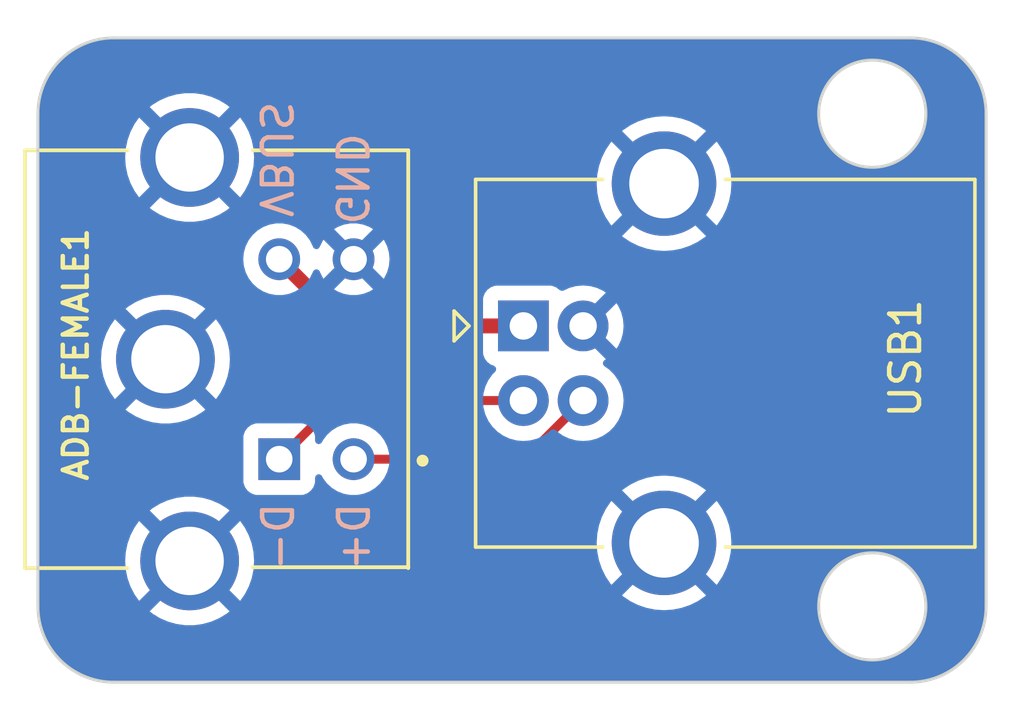
<source format=kicad_pcb>
(kicad_pcb (version 20221018) (generator pcbnew)
  (layers (0 "F.Cu" signal) (31 "B.Cu" signal) (34 "B.Paste" user) (35 "F.Paste" user) (36 "B.SilkS" user "B.Silkscreen") (37 "F.SilkS" user "F.Silkscreen") (38 "B.Mask" user) (39 "F.Mask" user) (44 "Edge.Cuts" user))
  (net 0 "")
  (net 1 "GND")
  (net 2 "Net-(USB1-VBUS)")
  (net 3 "Net-(USB1-D+)")
  (net 4 "Net-(USB1-D-)")
  (footprint "Connector_USB:USB_B_OST_USB-B1HSxx_Horizontal" (layer "F.Cu") (at 36.576 28.702)
    (fp_text reference "USB1" (at 12.793 1.09 90) (layer "F.SilkS"))
    (fp_text value "USB_B")
    (fp_line (start -2.32 -0.5) (end -2.32 0.5) (stroke (width 0.12)) (layer "F.SilkS"))
    (fp_line (start -2.32 0.5) (end -1.82 0) (stroke (width 0.12)) (layer "F.SilkS"))
    (fp_line (start -1.82 0) (end -2.32 -0.5) (stroke (width 0.12)) (layer "F.SilkS"))
    (fp_line (start -1.6 -4.91) (end -1.6 7.41) (stroke (width 0.12)) (layer "F.SilkS"))
    (fp_line (start -1.6 7.41) (end 2.66 7.41) (stroke (width 0.12)) (layer "F.SilkS"))
    (fp_line (start 2.66 -4.91) (end -1.6 -4.91) (stroke (width 0.12)) (layer "F.SilkS"))
    (fp_line (start 6.76 -4.91) (end 15.12 -4.91) (stroke (width 0.12)) (layer "F.SilkS"))
    (fp_line (start 15.12 -4.91) (end 15.12 7.41) (stroke (width 0.12)) (layer "F.SilkS"))
    (fp_line (start 15.12 7.41) (end 6.76 7.41) (stroke (width 0.12)) (layer "F.SilkS"))
    (pad "1" thru_hole rect (at 0 0) (size 1.7 1.7) (drill 0.92) (layers "*.Cu" "*.Mask") (net 2 "Net-(USB1-VBUS)"))
    (pad "2" thru_hole circle (at 0 2.5) (size 1.7 1.7) (drill 0.92) (layers "*.Cu" "*.Mask") (net 4 "Net-(USB1-D-)"))
    (pad "3" thru_hole circle (at 2 2.5) (size 1.7 1.7) (drill 0.92) (layers "*.Cu" "*.Mask") (net 3 "Net-(USB1-D+)"))
    (pad "4" thru_hole circle (at 2 0) (size 1.7 1.7) (drill 0.92) (layers "*.Cu" "*.Mask") (net 1 "GND"))
    (pad "5" thru_hole circle (at 4.71 -4.77) (size 3.5 3.5) (drill 2.33) (layers "*.Cu" "*.Mask") (net 1 "GND"))
    (pad "5" thru_hole circle (at 4.71 7.27) (size 3.5 3.5) (drill 2.33) (layers "*.Cu" "*.Mask") (net 1 "GND"))
  )
  (footprint "ADB:TE_5749181-1" (layer "F.Cu") (at 28.4 29.8168 90)
    (fp_text reference "ADB-FEMALE1" (at 0.16 -6.81 90) (layer "F.SilkS") (effects (font (size 0.800449 0.800449))))
    (fp_text value "5749181-1")
    (fp_line (start -7 -8.51) (end 7 -8.51) (stroke (width 0.127)) (layer "F.SilkS"))
    (fp_line (start -7 -5.07) (end -7 -8.51) (stroke (width 0.127)) (layer "F.SilkS"))
    (fp_line (start -6.97 -0.89) (end -6.97 4.32) (stroke (width 0.127)) (layer "F.SilkS"))
    (fp_line (start -6.97 4.32) (end -7 4.32) (stroke (width 0.127)) (layer "F.SilkS"))
    (fp_line (start 7 -5.07) (end 7 -8.51) (stroke (width 0.127)) (layer "F.SilkS"))
    (fp_line (start 7 -0.89) (end 7 4.32) (stroke (width 0.127)) (layer "F.SilkS"))
    (fp_line (start 7 4.32) (end -6.97 4.32) (stroke (width 0.127)) (layer "F.SilkS"))
    (fp_circle (center -3.4 4.8) (end -3.3 4.8) (stroke (width 0.2)) (fill none) (layer "F.SilkS"))
    (pad "1" thru_hole rect (at -3.35 0 90) (size 1.398 1.398) (drill 0.89) (layers "*.Cu" "*.Mask") (net 4 "Net-(USB1-D-)"))
    (pad "2" thru_hole circle (at 3.35 0 90) (size 1.398 1.398) (drill 0.89) (layers "*.Cu" "*.Mask") (net 2 "Net-(USB1-VBUS)"))
    (pad "3" thru_hole circle (at -3.35 2.49 90) (size 1.398 1.398) (drill 0.89) (layers "*.Cu" "*.Mask") (net 3 "Net-(USB1-D+)"))
    (pad "4" thru_hole circle (at 3.35 2.49 90) (size 1.398 1.398) (drill 0.89) (layers "*.Cu" "*.Mask") (net 1 "GND"))
    (pad "5" thru_hole circle (at 0 -3.81 90) (size 3.306 3.306) (drill 2.29) (layers "*.Cu" "*.Mask") (net 1 "GND"))
    (pad "6" thru_hole circle (at 6.76 -3 90) (size 3.306 3.306) (drill 2.29) (layers "*.Cu" "*.Mask") (net 1 "GND"))
    (pad "7" thru_hole circle (at -6.76 -3 90) (size 3.306 3.306) (drill 2.29) (layers "*.Cu" "*.Mask") (net 1 "GND"))
  )
  (gr_circle (center 48.26 38.1) (end 49.53 39.37) (stroke (width 0.1)) (fill none) (layer "Edge.Cuts"))
  (gr_arc (start 20.32 21.59) (mid 21.063949 19.793949) (end 22.86 19.05) (stroke (width 0.1)) (layer "Edge.Cuts"))
  (gr_line (start 49.53 40.64) (end 22.86 40.64) (stroke (width 0.1)) (layer "Edge.Cuts"))
  (gr_line (start 52.07 21.59) (end 52.07 38.1) (stroke (width 0.1)) (layer "Edge.Cuts"))
  (gr_line (start 20.32 38.1) (end 20.32 21.59) (stroke (width 0.1)) (layer "Edge.Cuts"))
  (gr_circle (center 48.26 21.59) (end 49.53 22.86) (stroke (width 0.1)) (fill none) (layer "Edge.Cuts"))
  (gr_arc (start 49.53 19.05) (mid 51.326051 19.793949) (end 52.07 21.59) (stroke (width 0.1)) (layer "Edge.Cuts"))
  (gr_arc (start 52.07 38.1) (mid 51.326051 39.896051) (end 49.53 40.64) (stroke (width 0.1)) (layer "Edge.Cuts"))
  (gr_arc (start 22.86 40.64) (mid 21.063949 39.896051) (end 20.32 38.1) (stroke (width 0.1)) (layer "Edge.Cuts"))
  (gr_line (start 22.86 19.05) (end 49.53 19.05) (stroke (width 0.1)) (layer "Edge.Cuts"))
  (gr_text "GND" (at 30.226 25.4 -90) (layer "B.SilkS") (effects (font (size 1 1)) (justify left bottom mirror)))
  (gr_text "D+" (at 31.496 34.544 90) (layer "B.SilkS") (effects (font (size 1 1)) (justify left bottom mirror)))
  (gr_text "VBUS" (at 27.686 25.146 -90) (layer "B.SilkS") (effects (font (size 1 1)) (justify left bottom mirror)))
  (gr_text "D-" (at 28.956 34.544 90) (layer "B.SilkS") (effects (font (size 1 1)) (justify left bottom mirror)))
  (segment (start 28.4 26.4668) (end 30.6352 28.702) (width 0.5) (layer "F.Cu") (net 2))
  (segment (start 30.6352 28.702) (end 36.576 28.702) (width 0.5) (layer "F.Cu") (net 2))
  (segment (start 36.6112 33.1668) (end 30.89 33.1668) (width 0.3) (layer "F.Cu") (net 3))
  (segment (start 38.576 31.202) (end 36.6112 33.1668) (width 0.3) (layer "F.Cu") (net 3))
  (segment (start 36.576 31.202) (end 30.3648 31.202) (width 0.3) (layer "F.Cu") (net 4))
  (segment (start 30.3648 31.202) (end 28.4 33.1668) (width 0.3) (layer "F.Cu") (net 4))
  (zone (net 1) (net_name "GND") (layer "B.Cu") (connect_pads (clearance 0.5)) (min_thickness 0.25) (fill yes (thermal_gap 0.5) (thermal_bridge_width 0.5))
    (polygon (pts (xy 53.34 17.78) (xy 53.34 41.91) (xy 19.05 41.91) (xy 19.05 17.78)))
  )
)
</source>
